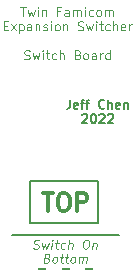
<source format=gbr>
G04 #@! TF.GenerationSoftware,KiCad,Pcbnew,(6.0.6-0)*
G04 #@! TF.CreationDate,2022-11-05T02:26:21-04:00*
G04 #@! TF.ProjectId,Twins Switch PCB,5477696e-7320-4537-9769-746368205043,1*
G04 #@! TF.SameCoordinates,Original*
G04 #@! TF.FileFunction,Legend,Top*
G04 #@! TF.FilePolarity,Positive*
%FSLAX46Y46*%
G04 Gerber Fmt 4.6, Leading zero omitted, Abs format (unit mm)*
G04 Created by KiCad (PCBNEW (6.0.6-0)) date 2022-11-05 02:26:21*
%MOMM*%
%LPD*%
G01*
G04 APERTURE LIST*
G04 Aperture macros list*
%AMRoundRect*
0 Rectangle with rounded corners*
0 $1 Rounding radius*
0 $2 $3 $4 $5 $6 $7 $8 $9 X,Y pos of 4 corners*
0 Add a 4 corners polygon primitive as box body*
4,1,4,$2,$3,$4,$5,$6,$7,$8,$9,$2,$3,0*
0 Add four circle primitives for the rounded corners*
1,1,$1+$1,$2,$3*
1,1,$1+$1,$4,$5*
1,1,$1+$1,$6,$7*
1,1,$1+$1,$8,$9*
0 Add four rect primitives between the rounded corners*
20,1,$1+$1,$2,$3,$4,$5,0*
20,1,$1+$1,$4,$5,$6,$7,0*
20,1,$1+$1,$6,$7,$8,$9,0*
20,1,$1+$1,$8,$9,$2,$3,0*%
G04 Aperture macros list end*
%ADD10C,0.127000*%
%ADD11C,0.120000*%
%ADD12C,0.300000*%
%ADD13C,1.501600*%
%ADD14RoundRect,0.313300X0.337500X0.262500X-0.337500X0.262500X-0.337500X-0.262500X0.337500X-0.262500X0*%
%ADD15RoundRect,0.363300X-0.312500X-0.687500X0.312500X-0.687500X0.312500X0.687500X-0.312500X0.687500X0*%
G04 APERTURE END LIST*
D10*
X135780000Y-111510000D02*
X144790000Y-111510000D01*
X137280000Y-106930000D02*
X143010000Y-106930000D01*
X143010000Y-106930000D02*
X143010000Y-110480000D01*
X143010000Y-110480000D02*
X137280000Y-110480000D01*
X137280000Y-110480000D02*
X137280000Y-106930000D01*
D11*
X136477142Y-92228409D02*
X136911428Y-92228409D01*
X136694285Y-92988409D02*
X136694285Y-92228409D01*
X137092380Y-92481742D02*
X137237142Y-92988409D01*
X137381904Y-92626504D01*
X137526666Y-92988409D01*
X137671428Y-92481742D01*
X137960952Y-92988409D02*
X137960952Y-92481742D01*
X137960952Y-92228409D02*
X137924761Y-92264600D01*
X137960952Y-92300790D01*
X137997142Y-92264600D01*
X137960952Y-92228409D01*
X137960952Y-92300790D01*
X138322857Y-92481742D02*
X138322857Y-92988409D01*
X138322857Y-92554123D02*
X138359047Y-92517933D01*
X138431428Y-92481742D01*
X138540000Y-92481742D01*
X138612380Y-92517933D01*
X138648571Y-92590314D01*
X138648571Y-92988409D01*
X139842857Y-92590314D02*
X139589523Y-92590314D01*
X139589523Y-92988409D02*
X139589523Y-92228409D01*
X139951428Y-92228409D01*
X140566666Y-92988409D02*
X140566666Y-92590314D01*
X140530476Y-92517933D01*
X140458095Y-92481742D01*
X140313333Y-92481742D01*
X140240952Y-92517933D01*
X140566666Y-92952219D02*
X140494285Y-92988409D01*
X140313333Y-92988409D01*
X140240952Y-92952219D01*
X140204761Y-92879838D01*
X140204761Y-92807457D01*
X140240952Y-92735076D01*
X140313333Y-92698885D01*
X140494285Y-92698885D01*
X140566666Y-92662695D01*
X140928571Y-92988409D02*
X140928571Y-92481742D01*
X140928571Y-92554123D02*
X140964761Y-92517933D01*
X141037142Y-92481742D01*
X141145714Y-92481742D01*
X141218095Y-92517933D01*
X141254285Y-92590314D01*
X141254285Y-92988409D01*
X141254285Y-92590314D02*
X141290476Y-92517933D01*
X141362857Y-92481742D01*
X141471428Y-92481742D01*
X141543809Y-92517933D01*
X141580000Y-92590314D01*
X141580000Y-92988409D01*
X141941904Y-92988409D02*
X141941904Y-92481742D01*
X141941904Y-92228409D02*
X141905714Y-92264600D01*
X141941904Y-92300790D01*
X141978095Y-92264600D01*
X141941904Y-92228409D01*
X141941904Y-92300790D01*
X142629523Y-92952219D02*
X142557142Y-92988409D01*
X142412380Y-92988409D01*
X142340000Y-92952219D01*
X142303809Y-92916028D01*
X142267619Y-92843647D01*
X142267619Y-92626504D01*
X142303809Y-92554123D01*
X142340000Y-92517933D01*
X142412380Y-92481742D01*
X142557142Y-92481742D01*
X142629523Y-92517933D01*
X143063809Y-92988409D02*
X142991428Y-92952219D01*
X142955238Y-92916028D01*
X142919047Y-92843647D01*
X142919047Y-92626504D01*
X142955238Y-92554123D01*
X142991428Y-92517933D01*
X143063809Y-92481742D01*
X143172380Y-92481742D01*
X143244761Y-92517933D01*
X143280952Y-92554123D01*
X143317142Y-92626504D01*
X143317142Y-92843647D01*
X143280952Y-92916028D01*
X143244761Y-92952219D01*
X143172380Y-92988409D01*
X143063809Y-92988409D01*
X143642857Y-92988409D02*
X143642857Y-92481742D01*
X143642857Y-92554123D02*
X143679047Y-92517933D01*
X143751428Y-92481742D01*
X143860000Y-92481742D01*
X143932380Y-92517933D01*
X143968571Y-92590314D01*
X143968571Y-92988409D01*
X143968571Y-92590314D02*
X144004761Y-92517933D01*
X144077142Y-92481742D01*
X144185714Y-92481742D01*
X144258095Y-92517933D01*
X144294285Y-92590314D01*
X144294285Y-92988409D01*
X135083809Y-93813914D02*
X135337142Y-93813914D01*
X135445714Y-94212009D02*
X135083809Y-94212009D01*
X135083809Y-93452009D01*
X135445714Y-93452009D01*
X135699047Y-94212009D02*
X136097142Y-93705342D01*
X135699047Y-93705342D02*
X136097142Y-94212009D01*
X136386666Y-93705342D02*
X136386666Y-94465342D01*
X136386666Y-93741533D02*
X136459047Y-93705342D01*
X136603809Y-93705342D01*
X136676190Y-93741533D01*
X136712380Y-93777723D01*
X136748571Y-93850104D01*
X136748571Y-94067247D01*
X136712380Y-94139628D01*
X136676190Y-94175819D01*
X136603809Y-94212009D01*
X136459047Y-94212009D01*
X136386666Y-94175819D01*
X137400000Y-94212009D02*
X137400000Y-93813914D01*
X137363809Y-93741533D01*
X137291428Y-93705342D01*
X137146666Y-93705342D01*
X137074285Y-93741533D01*
X137400000Y-94175819D02*
X137327619Y-94212009D01*
X137146666Y-94212009D01*
X137074285Y-94175819D01*
X137038095Y-94103438D01*
X137038095Y-94031057D01*
X137074285Y-93958676D01*
X137146666Y-93922485D01*
X137327619Y-93922485D01*
X137400000Y-93886295D01*
X137761904Y-93705342D02*
X137761904Y-94212009D01*
X137761904Y-93777723D02*
X137798095Y-93741533D01*
X137870476Y-93705342D01*
X137979047Y-93705342D01*
X138051428Y-93741533D01*
X138087619Y-93813914D01*
X138087619Y-94212009D01*
X138413333Y-94175819D02*
X138485714Y-94212009D01*
X138630476Y-94212009D01*
X138702857Y-94175819D01*
X138739047Y-94103438D01*
X138739047Y-94067247D01*
X138702857Y-93994866D01*
X138630476Y-93958676D01*
X138521904Y-93958676D01*
X138449523Y-93922485D01*
X138413333Y-93850104D01*
X138413333Y-93813914D01*
X138449523Y-93741533D01*
X138521904Y-93705342D01*
X138630476Y-93705342D01*
X138702857Y-93741533D01*
X139064761Y-94212009D02*
X139064761Y-93705342D01*
X139064761Y-93452009D02*
X139028571Y-93488200D01*
X139064761Y-93524390D01*
X139100952Y-93488200D01*
X139064761Y-93452009D01*
X139064761Y-93524390D01*
X139535238Y-94212009D02*
X139462857Y-94175819D01*
X139426666Y-94139628D01*
X139390476Y-94067247D01*
X139390476Y-93850104D01*
X139426666Y-93777723D01*
X139462857Y-93741533D01*
X139535238Y-93705342D01*
X139643809Y-93705342D01*
X139716190Y-93741533D01*
X139752380Y-93777723D01*
X139788571Y-93850104D01*
X139788571Y-94067247D01*
X139752380Y-94139628D01*
X139716190Y-94175819D01*
X139643809Y-94212009D01*
X139535238Y-94212009D01*
X140114285Y-93705342D02*
X140114285Y-94212009D01*
X140114285Y-93777723D02*
X140150476Y-93741533D01*
X140222857Y-93705342D01*
X140331428Y-93705342D01*
X140403809Y-93741533D01*
X140440000Y-93813914D01*
X140440000Y-94212009D01*
X141344761Y-94175819D02*
X141453333Y-94212009D01*
X141634285Y-94212009D01*
X141706666Y-94175819D01*
X141742857Y-94139628D01*
X141779047Y-94067247D01*
X141779047Y-93994866D01*
X141742857Y-93922485D01*
X141706666Y-93886295D01*
X141634285Y-93850104D01*
X141489523Y-93813914D01*
X141417142Y-93777723D01*
X141380952Y-93741533D01*
X141344761Y-93669152D01*
X141344761Y-93596771D01*
X141380952Y-93524390D01*
X141417142Y-93488200D01*
X141489523Y-93452009D01*
X141670476Y-93452009D01*
X141779047Y-93488200D01*
X142032380Y-93705342D02*
X142177142Y-94212009D01*
X142321904Y-93850104D01*
X142466666Y-94212009D01*
X142611428Y-93705342D01*
X142900952Y-94212009D02*
X142900952Y-93705342D01*
X142900952Y-93452009D02*
X142864761Y-93488200D01*
X142900952Y-93524390D01*
X142937142Y-93488200D01*
X142900952Y-93452009D01*
X142900952Y-93524390D01*
X143154285Y-93705342D02*
X143443809Y-93705342D01*
X143262857Y-93452009D02*
X143262857Y-94103438D01*
X143299047Y-94175819D01*
X143371428Y-94212009D01*
X143443809Y-94212009D01*
X144022857Y-94175819D02*
X143950476Y-94212009D01*
X143805714Y-94212009D01*
X143733333Y-94175819D01*
X143697142Y-94139628D01*
X143660952Y-94067247D01*
X143660952Y-93850104D01*
X143697142Y-93777723D01*
X143733333Y-93741533D01*
X143805714Y-93705342D01*
X143950476Y-93705342D01*
X144022857Y-93741533D01*
X144348571Y-94212009D02*
X144348571Y-93452009D01*
X144674285Y-94212009D02*
X144674285Y-93813914D01*
X144638095Y-93741533D01*
X144565714Y-93705342D01*
X144457142Y-93705342D01*
X144384761Y-93741533D01*
X144348571Y-93777723D01*
X145325714Y-94175819D02*
X145253333Y-94212009D01*
X145108571Y-94212009D01*
X145036190Y-94175819D01*
X145000000Y-94103438D01*
X145000000Y-93813914D01*
X145036190Y-93741533D01*
X145108571Y-93705342D01*
X145253333Y-93705342D01*
X145325714Y-93741533D01*
X145361904Y-93813914D01*
X145361904Y-93886295D01*
X145000000Y-93958676D01*
X145687619Y-94212009D02*
X145687619Y-93705342D01*
X145687619Y-93850104D02*
X145723809Y-93777723D01*
X145760000Y-93741533D01*
X145832380Y-93705342D01*
X145904761Y-93705342D01*
X136820952Y-96623019D02*
X136929523Y-96659209D01*
X137110476Y-96659209D01*
X137182857Y-96623019D01*
X137219047Y-96586828D01*
X137255238Y-96514447D01*
X137255238Y-96442066D01*
X137219047Y-96369685D01*
X137182857Y-96333495D01*
X137110476Y-96297304D01*
X136965714Y-96261114D01*
X136893333Y-96224923D01*
X136857142Y-96188733D01*
X136820952Y-96116352D01*
X136820952Y-96043971D01*
X136857142Y-95971590D01*
X136893333Y-95935400D01*
X136965714Y-95899209D01*
X137146666Y-95899209D01*
X137255238Y-95935400D01*
X137508571Y-96152542D02*
X137653333Y-96659209D01*
X137798095Y-96297304D01*
X137942857Y-96659209D01*
X138087619Y-96152542D01*
X138377142Y-96659209D02*
X138377142Y-96152542D01*
X138377142Y-95899209D02*
X138340952Y-95935400D01*
X138377142Y-95971590D01*
X138413333Y-95935400D01*
X138377142Y-95899209D01*
X138377142Y-95971590D01*
X138630476Y-96152542D02*
X138920000Y-96152542D01*
X138739047Y-95899209D02*
X138739047Y-96550638D01*
X138775238Y-96623019D01*
X138847619Y-96659209D01*
X138920000Y-96659209D01*
X139499047Y-96623019D02*
X139426666Y-96659209D01*
X139281904Y-96659209D01*
X139209523Y-96623019D01*
X139173333Y-96586828D01*
X139137142Y-96514447D01*
X139137142Y-96297304D01*
X139173333Y-96224923D01*
X139209523Y-96188733D01*
X139281904Y-96152542D01*
X139426666Y-96152542D01*
X139499047Y-96188733D01*
X139824761Y-96659209D02*
X139824761Y-95899209D01*
X140150476Y-96659209D02*
X140150476Y-96261114D01*
X140114285Y-96188733D01*
X140041904Y-96152542D01*
X139933333Y-96152542D01*
X139860952Y-96188733D01*
X139824761Y-96224923D01*
X141344761Y-96261114D02*
X141453333Y-96297304D01*
X141489523Y-96333495D01*
X141525714Y-96405876D01*
X141525714Y-96514447D01*
X141489523Y-96586828D01*
X141453333Y-96623019D01*
X141380952Y-96659209D01*
X141091428Y-96659209D01*
X141091428Y-95899209D01*
X141344761Y-95899209D01*
X141417142Y-95935400D01*
X141453333Y-95971590D01*
X141489523Y-96043971D01*
X141489523Y-96116352D01*
X141453333Y-96188733D01*
X141417142Y-96224923D01*
X141344761Y-96261114D01*
X141091428Y-96261114D01*
X141960000Y-96659209D02*
X141887619Y-96623019D01*
X141851428Y-96586828D01*
X141815238Y-96514447D01*
X141815238Y-96297304D01*
X141851428Y-96224923D01*
X141887619Y-96188733D01*
X141960000Y-96152542D01*
X142068571Y-96152542D01*
X142140952Y-96188733D01*
X142177142Y-96224923D01*
X142213333Y-96297304D01*
X142213333Y-96514447D01*
X142177142Y-96586828D01*
X142140952Y-96623019D01*
X142068571Y-96659209D01*
X141960000Y-96659209D01*
X142864761Y-96659209D02*
X142864761Y-96261114D01*
X142828571Y-96188733D01*
X142756190Y-96152542D01*
X142611428Y-96152542D01*
X142539047Y-96188733D01*
X142864761Y-96623019D02*
X142792380Y-96659209D01*
X142611428Y-96659209D01*
X142539047Y-96623019D01*
X142502857Y-96550638D01*
X142502857Y-96478257D01*
X142539047Y-96405876D01*
X142611428Y-96369685D01*
X142792380Y-96369685D01*
X142864761Y-96333495D01*
X143226666Y-96659209D02*
X143226666Y-96152542D01*
X143226666Y-96297304D02*
X143262857Y-96224923D01*
X143299047Y-96188733D01*
X143371428Y-96152542D01*
X143443809Y-96152542D01*
X144022857Y-96659209D02*
X144022857Y-95899209D01*
X144022857Y-96623019D02*
X143950476Y-96659209D01*
X143805714Y-96659209D01*
X143733333Y-96623019D01*
X143697142Y-96586828D01*
X143660952Y-96514447D01*
X143660952Y-96297304D01*
X143697142Y-96224923D01*
X143733333Y-96188733D01*
X143805714Y-96152542D01*
X143950476Y-96152542D01*
X144022857Y-96188733D01*
D12*
X138355714Y-107978571D02*
X139212857Y-107978571D01*
X138784285Y-109478571D02*
X138784285Y-107978571D01*
X139998571Y-107978571D02*
X140284285Y-107978571D01*
X140427142Y-108050000D01*
X140570000Y-108192857D01*
X140641428Y-108478571D01*
X140641428Y-108978571D01*
X140570000Y-109264285D01*
X140427142Y-109407142D01*
X140284285Y-109478571D01*
X139998571Y-109478571D01*
X139855714Y-109407142D01*
X139712857Y-109264285D01*
X139641428Y-108978571D01*
X139641428Y-108478571D01*
X139712857Y-108192857D01*
X139855714Y-108050000D01*
X139998571Y-107978571D01*
X141284285Y-109478571D02*
X141284285Y-107978571D01*
X141855714Y-107978571D01*
X141998571Y-108050000D01*
X142070000Y-108121428D01*
X142141428Y-108264285D01*
X142141428Y-108478571D01*
X142070000Y-108621428D01*
X141998571Y-108692857D01*
X141855714Y-108764285D01*
X141284285Y-108764285D01*
D11*
X137574888Y-112649821D02*
X137677566Y-112685535D01*
X137856138Y-112685535D01*
X137932031Y-112649821D01*
X137972209Y-112614107D01*
X138016852Y-112542678D01*
X138025781Y-112471250D01*
X137998995Y-112399821D01*
X137967745Y-112364107D01*
X137900781Y-112328392D01*
X137762388Y-112292678D01*
X137695424Y-112256964D01*
X137664174Y-112221250D01*
X137637388Y-112149821D01*
X137646316Y-112078392D01*
X137690959Y-112006964D01*
X137731138Y-111971250D01*
X137807031Y-111935535D01*
X137985602Y-111935535D01*
X138088281Y-111971250D01*
X138311495Y-112185535D02*
X138391852Y-112685535D01*
X138579352Y-112328392D01*
X138677566Y-112685535D01*
X138882924Y-112185535D01*
X139106138Y-112685535D02*
X139168638Y-112185535D01*
X139199888Y-111935535D02*
X139159709Y-111971250D01*
X139190959Y-112006964D01*
X139231138Y-111971250D01*
X139199888Y-111935535D01*
X139190959Y-112006964D01*
X139418638Y-112185535D02*
X139704352Y-112185535D01*
X139557031Y-111935535D02*
X139476674Y-112578392D01*
X139503459Y-112649821D01*
X139570424Y-112685535D01*
X139641852Y-112685535D01*
X140217745Y-112649821D02*
X140141852Y-112685535D01*
X139998995Y-112685535D01*
X139932031Y-112649821D01*
X139900781Y-112614107D01*
X139873995Y-112542678D01*
X139900781Y-112328392D01*
X139945424Y-112256964D01*
X139985602Y-112221250D01*
X140061495Y-112185535D01*
X140204352Y-112185535D01*
X140271316Y-112221250D01*
X140534709Y-112685535D02*
X140628459Y-111935535D01*
X140856138Y-112685535D02*
X140905245Y-112292678D01*
X140878459Y-112221250D01*
X140811495Y-112185535D01*
X140704352Y-112185535D01*
X140628459Y-112221250D01*
X140588281Y-112256964D01*
X142021316Y-111935535D02*
X142164174Y-111935535D01*
X142231138Y-111971250D01*
X142293638Y-112042678D01*
X142311495Y-112185535D01*
X142280245Y-112435535D01*
X142226674Y-112578392D01*
X142146316Y-112649821D01*
X142070424Y-112685535D01*
X141927566Y-112685535D01*
X141860602Y-112649821D01*
X141798102Y-112578392D01*
X141780245Y-112435535D01*
X141811495Y-112185535D01*
X141865066Y-112042678D01*
X141945424Y-111971250D01*
X142021316Y-111935535D01*
X142632924Y-112185535D02*
X142570424Y-112685535D01*
X142623995Y-112256964D02*
X142664174Y-112221250D01*
X142740066Y-112185535D01*
X142847209Y-112185535D01*
X142914174Y-112221250D01*
X142940959Y-112292678D01*
X142891852Y-112685535D01*
X138744531Y-113500178D02*
X138847209Y-113535892D01*
X138878459Y-113571607D01*
X138905245Y-113643035D01*
X138891852Y-113750178D01*
X138847209Y-113821607D01*
X138807031Y-113857321D01*
X138731138Y-113893035D01*
X138445424Y-113893035D01*
X138539174Y-113143035D01*
X138789174Y-113143035D01*
X138856138Y-113178750D01*
X138887388Y-113214464D01*
X138914174Y-113285892D01*
X138905245Y-113357321D01*
X138860602Y-113428750D01*
X138820424Y-113464464D01*
X138744531Y-113500178D01*
X138494531Y-113500178D01*
X139302566Y-113893035D02*
X139235602Y-113857321D01*
X139204352Y-113821607D01*
X139177566Y-113750178D01*
X139204352Y-113535892D01*
X139248995Y-113464464D01*
X139289174Y-113428750D01*
X139365066Y-113393035D01*
X139472209Y-113393035D01*
X139539174Y-113428750D01*
X139570424Y-113464464D01*
X139597209Y-113535892D01*
X139570424Y-113750178D01*
X139525781Y-113821607D01*
X139485602Y-113857321D01*
X139409709Y-113893035D01*
X139302566Y-113893035D01*
X139829352Y-113393035D02*
X140115066Y-113393035D01*
X139967745Y-113143035D02*
X139887388Y-113785892D01*
X139914174Y-113857321D01*
X139981138Y-113893035D01*
X140052566Y-113893035D01*
X140257924Y-113393035D02*
X140543638Y-113393035D01*
X140396316Y-113143035D02*
X140315959Y-113785892D01*
X140342745Y-113857321D01*
X140409709Y-113893035D01*
X140481138Y-113893035D01*
X140838281Y-113893035D02*
X140771316Y-113857321D01*
X140740066Y-113821607D01*
X140713281Y-113750178D01*
X140740066Y-113535892D01*
X140784709Y-113464464D01*
X140824888Y-113428750D01*
X140900781Y-113393035D01*
X141007924Y-113393035D01*
X141074888Y-113428750D01*
X141106138Y-113464464D01*
X141132924Y-113535892D01*
X141106138Y-113750178D01*
X141061495Y-113821607D01*
X141021316Y-113857321D01*
X140945424Y-113893035D01*
X140838281Y-113893035D01*
X141409709Y-113893035D02*
X141472209Y-113393035D01*
X141463281Y-113464464D02*
X141503459Y-113428750D01*
X141579352Y-113393035D01*
X141686495Y-113393035D01*
X141753459Y-113428750D01*
X141780245Y-113500178D01*
X141731138Y-113893035D01*
X141780245Y-113500178D02*
X141824888Y-113428750D01*
X141900781Y-113393035D01*
X142007924Y-113393035D01*
X142074888Y-113428750D01*
X142101674Y-113500178D01*
X142052566Y-113893035D01*
D10*
X140679571Y-100069304D02*
X140679571Y-100613590D01*
X140643285Y-100722447D01*
X140570714Y-100795018D01*
X140461857Y-100831304D01*
X140389285Y-100831304D01*
X141332714Y-100795018D02*
X141260142Y-100831304D01*
X141115000Y-100831304D01*
X141042428Y-100795018D01*
X141006142Y-100722447D01*
X141006142Y-100432161D01*
X141042428Y-100359590D01*
X141115000Y-100323304D01*
X141260142Y-100323304D01*
X141332714Y-100359590D01*
X141369000Y-100432161D01*
X141369000Y-100504732D01*
X141006142Y-100577304D01*
X141586714Y-100323304D02*
X141877000Y-100323304D01*
X141695571Y-100831304D02*
X141695571Y-100178161D01*
X141731857Y-100105590D01*
X141804428Y-100069304D01*
X141877000Y-100069304D01*
X142022142Y-100323304D02*
X142312428Y-100323304D01*
X142131000Y-100831304D02*
X142131000Y-100178161D01*
X142167285Y-100105590D01*
X142239857Y-100069304D01*
X142312428Y-100069304D01*
X143582428Y-100758732D02*
X143546142Y-100795018D01*
X143437285Y-100831304D01*
X143364714Y-100831304D01*
X143255857Y-100795018D01*
X143183285Y-100722447D01*
X143147000Y-100649875D01*
X143110714Y-100504732D01*
X143110714Y-100395875D01*
X143147000Y-100250732D01*
X143183285Y-100178161D01*
X143255857Y-100105590D01*
X143364714Y-100069304D01*
X143437285Y-100069304D01*
X143546142Y-100105590D01*
X143582428Y-100141875D01*
X143909000Y-100831304D02*
X143909000Y-100069304D01*
X144235571Y-100831304D02*
X144235571Y-100432161D01*
X144199285Y-100359590D01*
X144126714Y-100323304D01*
X144017857Y-100323304D01*
X143945285Y-100359590D01*
X143909000Y-100395875D01*
X144888714Y-100795018D02*
X144816142Y-100831304D01*
X144671000Y-100831304D01*
X144598428Y-100795018D01*
X144562142Y-100722447D01*
X144562142Y-100432161D01*
X144598428Y-100359590D01*
X144671000Y-100323304D01*
X144816142Y-100323304D01*
X144888714Y-100359590D01*
X144925000Y-100432161D01*
X144925000Y-100504732D01*
X144562142Y-100577304D01*
X145251571Y-100323304D02*
X145251571Y-100831304D01*
X145251571Y-100395875D02*
X145287857Y-100359590D01*
X145360428Y-100323304D01*
X145469285Y-100323304D01*
X145541857Y-100359590D01*
X145578142Y-100432161D01*
X145578142Y-100831304D01*
X141713714Y-101368695D02*
X141750000Y-101332410D01*
X141822571Y-101296124D01*
X142004000Y-101296124D01*
X142076571Y-101332410D01*
X142112857Y-101368695D01*
X142149142Y-101441267D01*
X142149142Y-101513838D01*
X142112857Y-101622695D01*
X141677428Y-102058124D01*
X142149142Y-102058124D01*
X142620857Y-101296124D02*
X142693428Y-101296124D01*
X142766000Y-101332410D01*
X142802285Y-101368695D01*
X142838571Y-101441267D01*
X142874857Y-101586410D01*
X142874857Y-101767838D01*
X142838571Y-101912981D01*
X142802285Y-101985552D01*
X142766000Y-102021838D01*
X142693428Y-102058124D01*
X142620857Y-102058124D01*
X142548285Y-102021838D01*
X142512000Y-101985552D01*
X142475714Y-101912981D01*
X142439428Y-101767838D01*
X142439428Y-101586410D01*
X142475714Y-101441267D01*
X142512000Y-101368695D01*
X142548285Y-101332410D01*
X142620857Y-101296124D01*
X143165142Y-101368695D02*
X143201428Y-101332410D01*
X143274000Y-101296124D01*
X143455428Y-101296124D01*
X143528000Y-101332410D01*
X143564285Y-101368695D01*
X143600571Y-101441267D01*
X143600571Y-101513838D01*
X143564285Y-101622695D01*
X143128857Y-102058124D01*
X143600571Y-102058124D01*
X143890857Y-101368695D02*
X143927142Y-101332410D01*
X143999714Y-101296124D01*
X144181142Y-101296124D01*
X144253714Y-101332410D01*
X144290000Y-101368695D01*
X144326285Y-101441267D01*
X144326285Y-101513838D01*
X144290000Y-101622695D01*
X143854571Y-102058124D01*
X144326285Y-102058124D01*
%LPC*%
D13*
X133990000Y-97630000D03*
X146670000Y-92630000D03*
X133990000Y-95130000D03*
X146670000Y-95130000D03*
X146670000Y-97630000D03*
X133990000Y-92630000D03*
D14*
X142320000Y-114890000D03*
X140320000Y-114890000D03*
X138320000Y-114890000D03*
X142320000Y-117390000D03*
X140320000Y-117390000D03*
X138320000Y-117390000D03*
D15*
X145320000Y-116140000D03*
X135320000Y-116140000D03*
M02*

</source>
